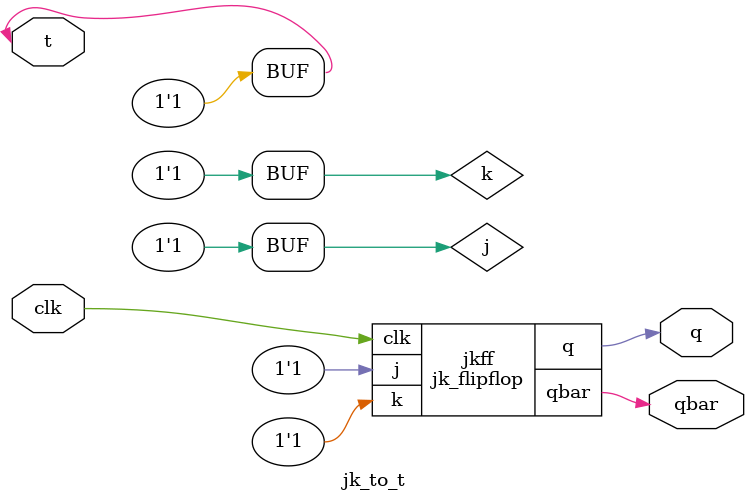
<source format=v>
module jk_flipflop( input clk, j, k,output reg q, qbar);

    always @(posedge clk) 
    begin
        q=1'b1;
        qbar = 1'b1;
        
        case ({j, k})
            2'b00: begin
                q <= q;
                qbar <= qbar;end
            2'b01: begin
                q <= 1'b0;
                qbar <= 1'b1;end
            2'b10: begin
                q <= 1'b1;
                qbar <= 1'b0;end
            2'b11: begin
                q <= 1'b1;
                qbar <= 1'b0;end
        endcase
    end
endmodule

module jk_to_t(input clk, 
    input t,
    output reg q,
    output reg qbar);
    
wire j, k;
    
    // Connect J and K to always high (logic 1)
    assign j = 1'b1;
    assign k = 1'b1;

    // Connect T to both J and K
    assign t = j & k;

    // Instantiate JK flip-flop module
    jk_flipflop jkff (clk, j, k, q, qbar);

endmodule

</source>
